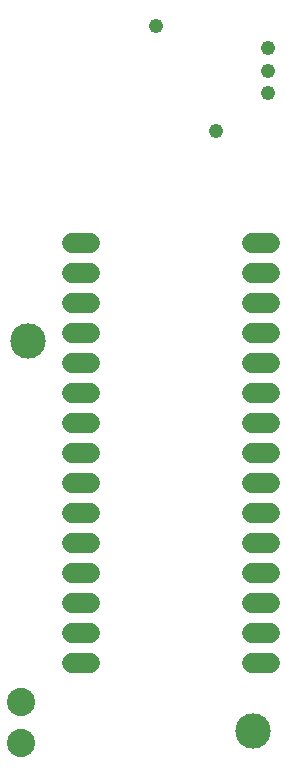
<source format=gbs>
G75*
%MOIN*%
%OFA0B0*%
%FSLAX25Y25*%
%IPPOS*%
%LPD*%
%AMOC8*
5,1,8,0,0,1.08239X$1,22.5*
%
%ADD10C,0.11824*%
%ADD11C,0.06800*%
%ADD12C,0.09400*%
%ADD13C,0.04762*%
D10*
X0025185Y0144300D03*
X0100185Y0014300D03*
D11*
X0099685Y0036800D02*
X0105685Y0036800D01*
X0105685Y0046800D02*
X0099685Y0046800D01*
X0099685Y0056800D02*
X0105685Y0056800D01*
X0105685Y0066800D02*
X0099685Y0066800D01*
X0099685Y0076800D02*
X0105685Y0076800D01*
X0105685Y0086800D02*
X0099685Y0086800D01*
X0099685Y0096800D02*
X0105685Y0096800D01*
X0105685Y0106800D02*
X0099685Y0106800D01*
X0099685Y0116800D02*
X0105685Y0116800D01*
X0105685Y0126800D02*
X0099685Y0126800D01*
X0099685Y0136800D02*
X0105685Y0136800D01*
X0105685Y0146800D02*
X0099685Y0146800D01*
X0099685Y0156800D02*
X0105685Y0156800D01*
X0105685Y0166800D02*
X0099685Y0166800D01*
X0099685Y0176800D02*
X0105685Y0176800D01*
X0045685Y0176800D02*
X0039685Y0176800D01*
X0039685Y0166800D02*
X0045685Y0166800D01*
X0045685Y0156800D02*
X0039685Y0156800D01*
X0039685Y0146800D02*
X0045685Y0146800D01*
X0045685Y0136800D02*
X0039685Y0136800D01*
X0039685Y0126800D02*
X0045685Y0126800D01*
X0045685Y0116800D02*
X0039685Y0116800D01*
X0039685Y0106800D02*
X0045685Y0106800D01*
X0045685Y0096800D02*
X0039685Y0096800D01*
X0039685Y0086800D02*
X0045685Y0086800D01*
X0045685Y0076800D02*
X0039685Y0076800D01*
X0039685Y0066800D02*
X0045685Y0066800D01*
X0045685Y0056800D02*
X0039685Y0056800D01*
X0039685Y0046800D02*
X0045685Y0046800D01*
X0045685Y0036800D02*
X0039685Y0036800D01*
D12*
X0022685Y0010107D03*
X0022685Y0023887D03*
D13*
X0087685Y0214300D03*
X0105185Y0226800D03*
X0105185Y0234300D03*
X0105185Y0241800D03*
X0067685Y0249300D03*
M02*

</source>
